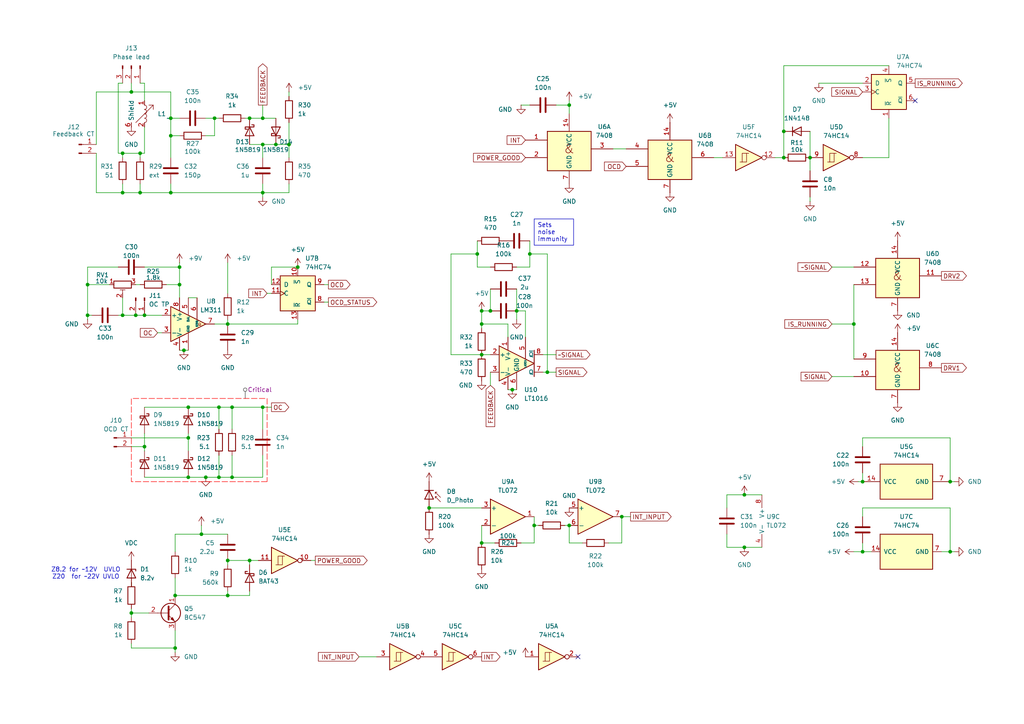
<source format=kicad_sch>
(kicad_sch (version 20250114) (generator "eeschema") (generator_version "9.0")
  (paper "A4")
  (text "Z8.2 for ~12V  UVLO\nZ20  for ~22V UVLO" (at 24.892 166.37 0) (effects (font (size 1.27 1.27))))
  (text_box "Sets noise immunity" (at 154.94 63.5 0) (size 11.43 7.62) (margins 0.9525 0.9525 0.9525 0.9525) (effects (font (size 1.27 1.27)) (justify left top)))
  (junction (at 52.07 77.47))
  (junction (at 234.95 45.72))
  (junction (at 50.8 172.72))
  (junction (at 153.67 73.66))
  (junction (at 40.64 55.88))
  (junction (at 62.23 34.29))
  (junction (at 35.56 44.45))
  (junction (at 25.4 82.55))
  (junction (at 165.1 30.48))
  (junction (at 67.31 138.43))
  (junction (at 41.91 91.44))
  (junction (at 76.2 34.29))
  (junction (at 50.8 187.96))
  (junction (at 63.5 138.43))
  (junction (at 149.86 90.17))
  (junction (at 227.33 45.72))
  (junction (at 41.91 129.54))
  (junction (at 165.1 152.4))
  (junction (at 86.36 77.47))
  (junction (at 35.56 91.44))
  (junction (at 180.34 149.86))
  (junction (at 25.4 91.44))
  (junction (at 154.94 152.4))
  (junction (at 139.7 102.87))
  (junction (at 158.75 107.95))
  (junction (at 63.5 118.11))
  (junction (at 139.7 157.48))
  (junction (at 40.64 44.45))
  (junction (at 72.39 34.29))
  (junction (at 139.7 90.17))
  (junction (at 54.61 118.11))
  (junction (at 76.2 55.88))
  (junction (at 67.31 118.11))
  (junction (at 58.42 154.94))
  (junction (at 139.7 93.98))
  (junction (at 38.1 177.8))
  (junction (at 227.33 38.1))
  (junction (at 52.07 82.55))
  (junction (at 66.04 162.56))
  (junction (at 54.61 138.43))
  (junction (at 72.39 162.56))
  (junction (at 148.59 113.03))
  (junction (at 53.34 101.6))
  (junction (at 124.46 147.32))
  (junction (at 76.2 41.91))
  (junction (at 66.04 93.98))
  (junction (at 247.65 93.98))
  (junction (at 215.9 158.75))
  (junction (at 49.53 39.37))
  (junction (at 66.04 172.72))
  (junction (at 76.2 118.11))
  (junction (at 138.43 73.66))
  (junction (at 54.61 127))
  (junction (at 59.69 138.43))
  (junction (at 83.82 41.91))
  (junction (at 80.01 41.91))
  (junction (at 49.53 34.29))
  (junction (at 35.56 55.88))
  (junction (at 275.59 160.02))
  (junction (at 142.24 90.17))
  (junction (at 38.1 26.67))
  (junction (at 250.19 160.02))
  (junction (at 39.37 91.44))
  (junction (at 275.59 139.7))
  (junction (at 49.53 55.88))
  (junction (at 250.19 139.7))
  (junction (at 215.9 143.51))
  (no_connect (at 167.64 190.5))
  (no_connect (at 265.43 29.21))
  (wire (pts (xy 180.34 157.48) (xy 180.34 149.86)))
  (wire (pts (xy 250.19 127) (xy 275.59 127)))
  (wire (pts (xy 250.19 160.02) (xy 252.73 160.02)))
  (wire (pts (xy 25.4 92.71) (xy 25.4 91.44)))
  (wire (pts (xy 77.47 85.09) (xy 78.74 85.09)))
  (wire (pts (xy 248.92 139.7) (xy 250.19 139.7)))
  (wire (pts (xy 59.69 138.43) (xy 63.5 138.43)))
  (wire (pts (xy 39.37 91.44) (xy 41.91 91.44)))
  (wire (pts (xy 48.26 82.55) (xy 52.07 82.55)))
  (wire (pts (xy 275.59 147.32) (xy 275.59 160.02)))
  (wire (pts (xy 161.29 102.87) (xy 157.48 102.87)))
  (wire (pts (xy 250.19 129.54) (xy 250.19 127)))
  (wire (pts (xy 52.07 82.55) (xy 52.07 86.36)))
  (wire (pts (xy 63.5 118.11) (xy 67.31 118.11)))
  (wire (pts (xy 50.8 189.23) (xy 50.8 187.96)))
  (wire (pts (xy 59.69 34.29) (xy 62.23 34.29)))
  (wire (pts (xy 50.8 172.72) (xy 66.04 172.72)))
  (wire (pts (xy 165.1 29.21) (xy 165.1 30.48)))
  (wire (pts (xy 78.74 82.55) (xy 78.74 77.47)))
  (wire (pts (xy 25.4 77.47) (xy 34.29 77.47)))
  (wire (pts (xy 66.04 171.45) (xy 66.04 172.72)))
  (wire (pts (xy 66.04 154.94) (xy 58.42 154.94)))
  (wire (pts (xy 147.32 113.03) (xy 148.59 113.03)))
  (wire (pts (xy 80.01 41.91) (xy 83.82 41.91)))
  (wire (pts (xy 50.8 154.94) (xy 50.8 160.02)))
  (wire (pts (xy 76.2 118.11) (xy 76.2 124.46)))
  (wire (pts (xy 67.31 132.08) (xy 67.31 138.43)))
  (wire (pts (xy 158.75 73.66) (xy 158.75 107.95)))
  (wire (pts (xy 63.5 118.11) (xy 63.5 124.46)))
  (wire (pts (xy 154.94 152.4) (xy 154.94 157.48)))
  (wire (pts (xy 130.81 102.87) (xy 139.7 102.87)))
  (wire (pts (xy 62.23 34.29) (xy 63.5 34.29)))
  (wire (pts (xy 83.82 41.91) (xy 83.82 45.72)))
  (wire (pts (xy 40.64 44.45) (xy 41.91 44.45)))
  (wire (pts (xy 250.19 147.32) (xy 275.59 147.32)))
  (wire (pts (xy 67.31 118.11) (xy 67.31 124.46)))
  (wire (pts (xy 45.72 96.52) (xy 46.99 96.52)))
  (wire (pts (xy 241.3 109.22) (xy 247.65 109.22)))
  (wire (pts (xy 237.49 24.13) (xy 250.19 24.13)))
  (wire (pts (xy 25.4 82.55) (xy 25.4 91.44)))
  (wire (pts (xy 54.61 127) (xy 54.61 130.81)))
  (wire (pts (xy 58.42 152.4) (xy 58.42 154.94)))
  (wire (pts (xy 138.43 73.66) (xy 138.43 69.85)))
  (wire (pts (xy 40.64 24.13) (xy 41.91 24.13)))
  (wire (pts (xy 72.39 41.91) (xy 76.2 41.91)))
  (wire (pts (xy 49.53 39.37) (xy 49.53 45.72)))
  (wire (pts (xy 83.82 53.34) (xy 83.82 55.88)))
  (wire (pts (xy 76.2 118.11) (xy 78.74 118.11)))
  (wire (pts (xy 95.25 87.63) (xy 93.98 87.63)))
  (wire (pts (xy 210.82 147.32) (xy 210.82 143.51)))
  (wire (pts (xy 66.04 76.2) (xy 66.04 85.09)))
  (wire (pts (xy 49.53 34.29) (xy 52.07 34.29)))
  (wire (pts (xy 66.04 172.72) (xy 72.39 172.72)))
  (wire (pts (xy 250.19 45.72) (xy 257.81 45.72)))
  (wire (pts (xy 209.55 45.72) (xy 207.01 45.72)))
  (wire (pts (xy 66.04 93.98) (xy 86.36 93.98)))
  (wire (pts (xy 52.07 76.2) (xy 52.07 77.47)))
  (wire (pts (xy 27.94 26.67) (xy 38.1 26.67)))
  (wire (pts (xy 139.7 157.48) (xy 139.7 152.4)))
  (wire (pts (xy 62.23 39.37) (xy 62.23 34.29)))
  (wire (pts (xy 151.13 157.48) (xy 154.94 157.48)))
  (wire (pts (xy 227.33 38.1) (xy 227.33 45.72)))
  (wire (pts (xy 35.56 45.72) (xy 35.56 44.45)))
  (wire (pts (xy 227.33 19.05) (xy 257.81 19.05)))
  (wire (pts (xy 76.2 30.48) (xy 76.2 34.29)))
  (wire (pts (xy 38.1 177.8) (xy 38.1 179.07)))
  (wire (pts (xy 153.67 30.48) (xy 151.13 30.48)))
  (wire (pts (xy 176.53 157.48) (xy 180.34 157.48)))
  (wire (pts (xy 157.48 107.95) (xy 158.75 107.95)))
  (wire (pts (xy 241.3 93.98) (xy 247.65 93.98)))
  (wire (pts (xy 76.2 34.29) (xy 72.39 34.29)))
  (wire (pts (xy 95.25 82.55) (xy 93.98 82.55)))
  (wire (pts (xy 83.82 35.56) (xy 83.82 41.91)))
  (wire (pts (xy 149.86 77.47) (xy 153.67 77.47)))
  (wire (pts (xy 25.4 77.47) (xy 25.4 82.55)))
  (wire (pts (xy 58.42 154.94) (xy 50.8 154.94)))
  (wire (pts (xy 40.64 53.34) (xy 40.64 55.88)))
  (wire (pts (xy 38.1 176.53) (xy 38.1 177.8)))
  (wire (pts (xy 41.91 118.11) (xy 54.61 118.11)))
  (wire (pts (xy 62.23 93.98) (xy 66.04 93.98)))
  (wire (pts (xy 257.81 45.72) (xy 257.81 34.29)))
  (wire (pts (xy 35.56 53.34) (xy 35.56 55.88)))
  (wire (pts (xy 76.2 138.43) (xy 76.2 132.08)))
  (wire (pts (xy 215.9 158.75) (xy 220.98 158.75)))
  (wire (pts (xy 66.04 92.71) (xy 66.04 93.98)))
  (wire (pts (xy 139.7 102.87) (xy 142.24 102.87)))
  (wire (pts (xy 76.2 55.88) (xy 83.82 55.88)))
  (wire (pts (xy 247.65 160.02) (xy 250.19 160.02)))
  (wire (pts (xy 26.67 91.44) (xy 25.4 91.44)))
  (wire (pts (xy 276.86 139.7) (xy 275.59 139.7)))
  (wire (pts (xy 142.24 111.76) (xy 142.24 107.95)))
  (wire (pts (xy 35.56 91.44) (xy 39.37 91.44)))
  (wire (pts (xy 241.3 77.47) (xy 247.65 77.47)))
  (wire (pts (xy 250.19 157.48) (xy 250.19 160.02)))
  (wire (pts (xy 72.39 162.56) (xy 66.04 162.56)))
  (wire (pts (xy 86.36 93.98) (xy 86.36 92.71)))
  (wire (pts (xy 210.82 154.94) (xy 210.82 158.75)))
  (wire (pts (xy 124.46 147.32) (xy 139.7 147.32)))
  (wire (pts (xy 38.1 177.8) (xy 43.18 177.8)))
  (wire (pts (xy 41.91 91.44) (xy 46.99 91.44)))
  (wire (pts (xy 41.91 130.81) (xy 41.91 129.54)))
  (wire (pts (xy 74.93 162.56) (xy 72.39 162.56)))
  (wire (pts (xy 41.91 125.73) (xy 41.91 129.54)))
  (wire (pts (xy 49.53 26.67) (xy 49.53 34.29)))
  (wire (pts (xy 40.64 82.55) (xy 39.37 82.55)))
  (wire (pts (xy 165.1 30.48) (xy 165.1 33.02)))
  (wire (pts (xy 53.34 101.6) (xy 54.61 101.6)))
  (wire (pts (xy 139.7 90.17) (xy 142.24 90.17)))
  (wire (pts (xy 138.43 73.66) (xy 130.81 73.66)))
  (wire (pts (xy 34.29 44.45) (xy 35.56 44.45)))
  (wire (pts (xy 49.53 39.37) (xy 52.07 39.37)))
  (wire (pts (xy 152.4 90.17) (xy 152.4 97.79)))
  (wire (pts (xy 50.8 182.88) (xy 50.8 187.96)))
  (wire (pts (xy 247.65 93.98) (xy 247.65 104.14)))
  (wire (pts (xy 234.95 38.1) (xy 234.95 45.72)))
  (wire (pts (xy 38.1 187.96) (xy 50.8 187.96)))
  (wire (pts (xy 177.8 43.18) (xy 181.61 43.18)))
  (wire (pts (xy 227.33 19.05) (xy 227.33 38.1)))
  (wire (pts (xy 182.88 149.86) (xy 180.34 149.86)))
  (wire (pts (xy 234.95 49.53) (xy 234.95 45.72)))
  (wire (pts (xy 76.2 57.15) (xy 76.2 55.88)))
  (wire (pts (xy 104.14 190.5) (xy 109.22 190.5)))
  (wire (pts (xy 41.91 77.47) (xy 52.07 77.47)))
  (wire (pts (xy 168.91 157.48) (xy 165.1 157.48)))
  (wire (pts (xy 34.29 24.13) (xy 35.56 24.13)))
  (wire (pts (xy 276.86 160.02) (xy 275.59 160.02)))
  (wire (pts (xy 147.32 93.98) (xy 147.32 97.79)))
  (wire (pts (xy 78.74 77.47) (xy 86.36 77.47)))
  (wire (pts (xy 76.2 45.72) (xy 76.2 41.91)))
  (wire (pts (xy 34.29 91.44) (xy 35.56 91.44)))
  (wire (pts (xy 139.7 90.17) (xy 139.7 93.98)))
  (wire (pts (xy 27.94 44.45) (xy 27.94 55.88)))
  (wire (pts (xy 210.82 143.51) (xy 215.9 143.51)))
  (wire (pts (xy 153.67 73.66) (xy 153.67 77.47)))
  (wire (pts (xy 40.64 44.45) (xy 40.64 45.72)))
  (wire (pts (xy 142.24 77.47) (xy 138.43 77.47)))
  (wire (pts (xy 149.86 83.82) (xy 149.86 90.17)))
  (wire (pts (xy 83.82 26.67) (xy 83.82 27.94)))
  (wire (pts (xy 139.7 93.98) (xy 139.7 95.25)))
  (wire (pts (xy 215.9 143.51) (xy 220.98 143.51)))
  (wire (pts (xy 54.61 118.11) (xy 63.5 118.11)))
  (wire (pts (xy 67.31 118.11) (xy 76.2 118.11)))
  (wire (pts (xy 54.61 125.73) (xy 54.61 127)))
  (wire (pts (xy 142.24 83.82) (xy 142.24 90.17)))
  (wire (pts (xy 38.1 127) (xy 54.61 127)))
  (wire (pts (xy 38.1 129.54) (xy 41.91 129.54)))
  (wire (pts (xy 165.1 157.48) (xy 165.1 152.4)))
  (wire (pts (xy 250.19 137.16) (xy 250.19 139.7)))
  (wire (pts (xy 49.53 53.34) (xy 49.53 55.88)))
  (wire (pts (xy 210.82 158.75) (xy 215.9 158.75)))
  (wire (pts (xy 156.21 152.4) (xy 154.94 152.4)))
  (wire (pts (xy 49.53 34.29) (xy 49.53 39.37)))
  (wire (pts (xy 66.04 162.56) (xy 66.04 163.83)))
  (wire (pts (xy 52.07 101.6) (xy 53.34 101.6)))
  (wire (pts (xy 143.51 157.48) (xy 139.7 157.48)))
  (wire (pts (xy 154.94 152.4) (xy 154.94 149.86)))
  (wire (pts (xy 148.59 113.03) (xy 149.86 113.03)))
  (wire (pts (xy 38.1 187.96) (xy 38.1 186.69)))
  (wire (pts (xy 41.91 138.43) (xy 54.61 138.43)))
  (wire (pts (xy 149.86 90.17) (xy 152.4 90.17)))
  (wire (pts (xy 161.29 30.48) (xy 165.1 30.48)))
  (wire (pts (xy 27.94 55.88) (xy 35.56 55.88)))
  (wire (pts (xy 49.53 55.88) (xy 76.2 55.88)))
  (wire (pts (xy 275.59 160.02) (xy 273.05 160.02)))
  (wire (pts (xy 149.86 90.17) (xy 149.86 92.71)))
  (wire (pts (xy 153.67 69.85) (xy 153.67 73.66)))
  (wire (pts (xy 165.1 152.4) (xy 163.83 152.4)))
  (wire (pts (xy 72.39 162.56) (xy 72.39 163.83)))
  (wire (pts (xy 35.56 91.44) (xy 35.56 86.36)))
  (wire (pts (xy 76.2 41.91) (xy 80.01 41.91)))
  (wire (pts (xy 59.69 39.37) (xy 62.23 39.37)))
  (wire (pts (xy 138.43 77.47) (xy 138.43 73.66)))
  (wire (pts (xy 130.81 73.66) (xy 130.81 102.87)))
  (wire (pts (xy 158.75 107.95) (xy 161.29 107.95)))
  (wire (pts (xy 35.56 55.88) (xy 40.64 55.88)))
  (wire (pts (xy 38.1 26.67) (xy 38.1 24.13)))
  (wire (pts (xy 41.91 36.83) (xy 41.91 44.45)))
  (wire (pts (xy 34.29 24.13) (xy 34.29 44.45)))
  (wire (pts (xy 52.07 77.47) (xy 52.07 82.55)))
  (wire (pts (xy 27.94 26.67) (xy 27.94 41.91)))
  (wire (pts (xy 153.67 73.66) (xy 158.75 73.66)))
  (wire (pts (xy 38.1 168.91) (xy 38.1 170.18)))
  (wire (pts (xy 76.2 34.29) (xy 80.01 34.29)))
  (wire (pts (xy 72.39 172.72) (xy 72.39 171.45)))
  (wire (pts (xy 50.8 167.64) (xy 50.8 172.72)))
  (wire (pts (xy 250.19 147.32) (xy 250.19 149.86)))
  (wire (pts (xy 40.64 55.88) (xy 49.53 55.88)))
  (wire (pts (xy 224.79 45.72) (xy 227.33 45.72)))
  (wire (pts (xy 25.4 82.55) (xy 31.75 82.55)))
  (wire (pts (xy 63.5 138.43) (xy 67.31 138.43)))
  (wire (pts (xy 54.61 86.36) (xy 57.15 86.36)))
  (wire (pts (xy 139.7 93.98) (xy 147.32 93.98)))
  (wire (pts (xy 63.5 138.43) (xy 63.5 132.08)))
  (wire (pts (xy 38.1 26.67) (xy 49.53 26.67)))
  (wire (pts (xy 67.31 138.43) (xy 76.2 138.43)))
  (wire (pts (xy 275.59 127) (xy 275.59 139.7)))
  (wire (pts (xy 54.61 138.43) (xy 59.69 138.43)))
  (wire (pts (xy 72.39 34.29) (xy 71.12 34.29)))
  (wire (pts (xy 76.2 53.34) (xy 76.2 55.88)))
  (wire (pts (xy 90.17 162.56) (xy 91.44 162.56)))
  (wire (pts (xy 247.65 82.55) (xy 247.65 93.98)))
  (wire (pts (xy 234.95 57.15) (xy 234.95 58.42)))
  (wire (pts (xy 35.56 44.45) (xy 40.64 44.45)))
  (wire (pts (xy 41.91 24.13) (xy 41.91 29.21)))
  (global_label "INT_INPUT" (shape output) (at 182.88 149.86 0) (property "Intersheetrefs" "${INTERSHEET_REFS}" (effects (hide yes))))
  (global_label "SIGNAL" (shape input) (at 241.3 109.22 180) (property "Intersheetrefs" "${INTERSHEET_REFS}" (effects (hide yes))))
  (global_label "INT_INPUT" (shape input) (at 104.14 190.5 180) (property "Intersheetrefs" "${INTERSHEET_REFS}" (effects (hide yes))))
  (global_label "FEEDBACK" (shape output) (at 76.2 30.48 90) (property "Intersheetrefs" "${INTERSHEET_REFS}" (effects (hide yes))))
  (global_label "IS_RUNNING" (shape output) (at 265.43 24.13 0) (property "Intersheetrefs" "${INTERSHEET_REFS}" (effects (hide yes))))
  (global_label "OCD_STATUS" (shape output) (at 95.25 87.63 0) (property "Intersheetrefs" "${INTERSHEET_REFS}" (effects (hide yes))))
  (global_label "POWER_GOOD" (shape input) (at 152.4 45.72 180) (property "Intersheetrefs" "${INTERSHEET_REFS}" (effects (hide yes))))
  (global_label "IS_RUNNING" (shape input) (at 241.3 93.98 180) (property "Intersheetrefs" "${INTERSHEET_REFS}" (effects (hide yes))))
  (global_label "POWER_GOOD" (shape output) (at 91.44 162.56 0) (property "Intersheetrefs" "${INTERSHEET_REFS}" (effects (hide yes))))
  (global_label "~SIGNAL" (shape input) (at 241.3 77.47 180) (property "Intersheetrefs" "${INTERSHEET_REFS}" (effects (hide yes))))
  (global_label "DRV2" (shape output) (at 273.05 80.01 0) (property "Intersheetrefs" "${INTERSHEET_REFS}" (effects (hide yes))))
  (global_label "INT" (shape input) (at 77.47 85.09 180) (property "Intersheetrefs" "${INTERSHEET_REFS}" (effects (hide yes))))
  (global_label "OCD" (shape output) (at 95.25 82.55 0) (property "Intersheetrefs" "${INTERSHEET_REFS}" (effects (hide yes))))
  (global_label "INT" (shape input) (at 152.4 40.64 180) (property "Intersheetrefs" "${INTERSHEET_REFS}" (effects (hide yes))))
  (global_label "~SIGNAL" (shape output) (at 161.29 102.87 0) (property "Intersheetrefs" "${INTERSHEET_REFS}" (effects (hide yes))))
  (global_label "DRV1" (shape output) (at 273.05 106.68 0) (property "Intersheetrefs" "${INTERSHEET_REFS}" (effects (hide yes))))
  (global_label "OC" (shape output) (at 78.74 118.11 0) (property "Intersheetrefs" "${INTERSHEET_REFS}" (effects (hide yes))))
  (global_label "INT" (shape output) (at 139.7 190.5 0) (property "Intersheetrefs" "${INTERSHEET_REFS}" (effects (hide yes))))
  (global_label "SIGNAL" (shape output) (at 161.29 107.95 0) (property "Intersheetrefs" "${INTERSHEET_REFS}" (effects (hide yes))))
  (global_label "FEEDBACK" (shape input) (at 142.24 111.76 270) (property "Intersheetrefs" "${INTERSHEET_REFS}" (effects (hide yes))))
  (global_label "OCD" (shape input) (at 181.61 48.26 180) (property "Intersheetrefs" "${INTERSHEET_REFS}" (effects (hide yes))))
  (global_label "SIGNAL" (shape input) (at 250.19 26.67 180) (property "Intersheetrefs" "${INTERSHEET_REFS}" (effects (hide yes))))
  (global_label "OC" (shape input) (at 45.72 96.52 180) (property "Intersheetrefs" "${INTERSHEET_REFS}" (effects (hide yes))))
  (rule_area (polyline (pts (xy 77.47 139.7) (xy 38.1 139.7) (xy 38.1 115.57) (xy 77.47 115.57) (xy 77.47 119.38)) (stroke (width 0) (type dash))))
  (netclass_flag "" (length 2.54) (shape round) (at 71.12 115.57 0) (property "Netclass" "Critical" (at 71.8185 113.03 0) (effects (justify left))))
  (symbol (lib_id "power:GND") (at 165.1 147.32 0) (unit 1)
    (property "Reference" "#PWR059" (effects (hide yes)))
    (property "Value" "GND" (at 165.1 143.764 0))
    (property "Description" "Power symbol creates a global label with name \"GND\" , ground" (effects (hide yes)))
  )
  (symbol (lib_id "Device:R") (at 67.31 128.27 0) (unit 1)
    (property "Reference" "R28" (at 69.85 126.9999 0) (effects (justify left)))
    (property "Value" "5.1" (at 69.85 129.5399 0) (effects (justify left)))
    (property "Footprint" "Resistor_THT:R_Axial_DIN0207_L6.3mm_D2.5mm_P2.54mm_Vertical" (effects (hide yes)))
    (property "Description" "Resistor" (effects (hide yes)))
  )
  (symbol (lib_id "Connector:Conn_01x02_Pin") (at 33.02 127 0) (unit 1)
    (property "Reference" "J10" (at 33.655 121.92 0))
    (property "Value" "OCD CT" (at 33.655 124.46 0))
    (property "Footprint" "Connector_JST:JST_XH_B2B-XH-A_1x02_P2.50mm_Vertical" (effects (hide yes)))
  )
  (symbol (lib_id "74xx:74HC14") (at 160.02 190.5 0) (unit 1)
    (property "Reference" "U5" (at 160.02 181.61 0))
    (property "Value" "74HC14" (at 160.02 184.15 0))
    (property "Footprint" "Package_DIP:DIP-14_W7.62mm" (effects (hide yes)))
    (property "Datasheet" "http://www.ti.com/lit/gpn/sn74HC14" (effects (hide yes)))
    (property "Description" "Hex inverter schmitt trigger" (effects (hide yes)))
  )
  (symbol (lib_id "power:+5V") (at 247.65 160.02 90) (unit 1)
    (property "Reference" "#PWR048" (effects (hide yes)))
    (property "Value" "+5V" (at 243.84 160.0199 90) (effects (justify left)))
    (property "Description" "Power symbol creates a global label with name \"+5V\"" (effects (hide yes)))
  )
  (symbol (lib_id "Device:C") (at 30.48 91.44 90) (unit 1)
    (property "Reference" "C33" (at 30.48 95.25 90))
    (property "Value" "100n" (at 30.48 97.79 90))
    (property "Footprint" "Capacitor_THT:C_Disc_D4.7mm_W2.5mm_P5.00mm" (effects (hide yes)))
    (property "Description" "Unpolarized capacitor" (effects (hide yes)))
  )
  (symbol (lib_id "Device:D_Photo") (at 124.46 144.78 270) (unit 1)
    (property "Reference" "D8" (at 129.54 142.5574 90) (effects (justify left)))
    (property "Value" "D_Photo" (at 129.54 145.0974 90) (effects (justify left)))
    (property "Footprint" "Library:hnaderi-toslink-rx" (effects (hide yes)))
    (property "Description" "Photodiode" (effects (hide yes)))
  )
  (symbol (lib_id "Diode:1N5819") (at 80.01 38.1 270) (mirror x) (unit 1)
    (property "Reference" "D14" (at 81.026 41.148 90) (effects (justify left)))
    (property "Value" "1N5819" (at 76.2 43.434 90) (effects (justify left)))
    (property "Footprint" "Diode_THT:D_DO-41_SOD81_P2.54mm_Vertical_KathodeUp" (effects (hide yes)))
  )
  (symbol (lib_id "Device:C") (at 250.19 133.35 0) (unit 1)
    (property "Reference" "C22" (at 246.38 132.0799 0) (effects (justify right)))
    (property "Value" "100n" (at 246.38 134.6199 0) (effects (justify right)))
    (property "Footprint" "Capacitor_THT:C_Disc_D4.7mm_W2.5mm_P5.00mm" (effects (hide yes)))
    (property "Description" "Unpolarized capacitor" (effects (hide yes)))
  )
  (symbol (lib_id "power:+5V") (at 152.4 190.5 0) (unit 1)
    (property "Reference" "#PWR046" (effects (hide yes)))
    (property "Value" "+5V" (at 149.86 189.2299 0) (effects (justify right)))
    (property "Description" "Power symbol creates a global label with name \"+5V\"" (effects (hide yes)))
  )
  (symbol (lib_id "Device:R") (at 139.7 99.06 180) (unit 1)
    (property "Reference" "R32" (at 137.16 97.7899 0) (effects (justify left)))
    (property "Value" "1k" (at 137.16 100.3299 0) (effects (justify left)))
    (property "Footprint" "Resistor_THT:R_Axial_DIN0207_L6.3mm_D2.5mm_P2.54mm_Vertical" (effects (hide yes)))
    (property "Description" "Resistor" (effects (hide yes)))
  )
  (symbol (lib_id "power:+5V") (at 215.9 143.51 0) (unit 1)
    (property "Reference" "#PWR034" (effects (hide yes)))
    (property "Value" "+5V" (at 215.9 138.43 0))
    (property "Description" "Power symbol creates a global label with name \"+5V\"" (effects (hide yes)))
  )
  (symbol (lib_id "74xx:74HC14") (at 82.55 162.56 0) (unit 5)
    (property "Reference" "U5" (at 82.55 153.67 0))
    (property "Value" "74HC14" (at 82.55 156.21 0))
    (property "Footprint" "Package_DIP:DIP-14_W7.62mm" (effects (hide yes)))
    (property "Datasheet" "http://www.ti.com/lit/gpn/sn74HC14" (effects (hide yes)))
    (property "Description" "Hex inverter schmitt trigger" (effects (hide yes)))
  )
  (symbol (lib_id "power:+5V") (at 248.92 139.7 90) (unit 1)
    (property "Reference" "#PWR09" (effects (hide yes)))
    (property "Value" "+5V" (at 245.11 139.6999 90) (effects (justify left)))
    (property "Description" "Power symbol creates a global label with name \"+5V\"" (effects (hide yes)))
  )
  (symbol (lib_id "Comparator:LM311") (at 54.61 93.98 0) (unit 1)
    (property "Reference" "U8" (at 61.214 87.376 0))
    (property "Value" "LM311" (at 61.214 89.916 0))
    (property "Footprint" "Package_DIP:DIP-8_W7.62mm" (effects (hide yes)))
    (property "Datasheet" "https://www.st.com/resource/en/datasheet/lm311.pdf" (effects (hide yes)))
    (property "Description" "Voltage Comparator, DIP-8/SOIC-8" (effects (hide yes)))
  )
  (symbol (lib_id "Device:C") (at 49.53 49.53 180) (unit 1)
    (property "Reference" "C32" (at 53.34 48.2599 0) (effects (justify right)))
    (property "Value" "150p" (at 53.34 50.7999 0) (effects (justify right)))
    (property "Footprint" "Capacitor_THT:C_Disc_D4.7mm_W2.5mm_P5.00mm" (effects (hide yes)))
    (property "Description" "Unpolarized capacitor" (effects (hide yes)))
  )
  (symbol (lib_id "Device:R") (at 55.88 39.37 270) (unit 1)
    (property "Reference" "R27" (at 55.88 41.656 90))
    (property "Value" "100k" (at 55.88 43.942 90))
    (property "Footprint" "Resistor_THT:R_Axial_DIN0309_L9.0mm_D3.2mm_P2.54mm_Vertical" (effects (hide yes)))
    (property "Description" "Resistor" (effects (hide yes)))
  )
  (symbol (lib_id "Diode:1N5819") (at 54.61 121.92 270) (unit 1)
    (property "Reference" "D10" (at 57.15 120.3324 90) (effects (justify left)))
    (property "Value" "1N5819" (at 57.15 122.8724 90) (effects (justify left)))
    (property "Footprint" "Diode_THT:D_DO-41_SOD81_P2.54mm_Vertical_KathodeUp" (effects (hide yes)))
  )
  (symbol (lib_id "Device:R") (at 83.82 49.53 0) (unit 1)
    (property "Reference" "R35" (at 86.36 48.2599 0) (effects (justify left)))
    (property "Value" "470" (at 86.36 50.7999 0) (effects (justify left)))
    (property "Footprint" "Resistor_THT:R_Axial_DIN0207_L6.3mm_D2.5mm_P2.54mm_Vertical" (effects (hide yes)))
    (property "Description" "Resistor" (effects (hide yes)))
  )
  (symbol (lib_id "Amplifier_Operational:TL072") (at 147.32 149.86 0) (unit 1)
    (property "Reference" "U9" (at 147.32 139.7 0))
    (property "Value" "TL072" (at 147.32 142.24 0))
    (property "Footprint" "Package_DIP:DIP-8_W7.62mm" (effects (hide yes)))
    (property "Datasheet" "http://www.ti.com/lit/ds/symlink/tl071.pdf" (effects (hide yes)))
    (property "Description" "Dual Low-Noise JFET-Input Operational Amplifiers, DIP-8/SOIC-8" (effects (hide yes)))
  )
  (symbol (lib_id "Device:C") (at 146.05 83.82 270) (unit 1)
    (property "Reference" "C37" (at 152.146 80.772 90))
    (property "Value" "2u" (at 152.146 83.312 90))
    (property "Footprint" "Capacitor_THT:C_Rect_L7.2mm_W7.2mm_P5.00mm_FKS2_FKP2_MKS2_MKP2" (effects (hide yes)))
    (property "Description" "Unpolarized capacitor" (effects (hide yes)))
  )
  (symbol (lib_id "Connector:Conn_01x02_Pin") (at 22.86 41.91 0) (unit 1)
    (property "Reference" "J12" (at 21.336 36.83 0))
    (property "Value" "Feedback CT" (at 21.336 38.862 0))
    (property "Footprint" "Connector_JST:JST_XH_B2B-XH-A_1x02_P2.50mm_Vertical" (effects (hide yes)))
  )
  (symbol (lib_id "Device:R") (at 38.1 172.72 0) (unit 1)
    (property "Reference" "R7" (at 35.56 171.4499 0) (effects (justify right)))
    (property "Value" "1k" (at 35.56 173.9899 0) (effects (justify right)))
    (property "Footprint" "Resistor_THT:R_Axial_DIN0207_L6.3mm_D2.5mm_P2.54mm_Vertical" (effects (hide yes)))
    (property "Description" "Resistor" (effects (hide yes)))
  )
  (symbol (lib_id "Device:C") (at 55.88 34.29 270) (unit 1)
    (property "Reference" "C35" (at 55.88 26.67 90))
    (property "Value" "100n" (at 55.88 29.21 90))
    (property "Footprint" "Capacitor_THT:C_Disc_D4.7mm_W2.5mm_P5.00mm" (effects (hide yes)))
    (property "Description" "Unpolarized capacitor" (effects (hide yes)))
  )
  (symbol (lib_id "74xx:74HC14") (at 242.57 45.72 0) (unit 4)
    (property "Reference" "U5" (at 242.57 36.83 0))
    (property "Value" "74HC14" (at 242.57 39.37 0))
    (property "Footprint" "Package_DIP:DIP-14_W7.62mm" (effects (hide yes)))
    (property "Datasheet" "http://www.ti.com/lit/gpn/sn74HC14" (effects (hide yes)))
    (property "Description" "Hex inverter schmitt trigger" (effects (hide yes)))
  )
  (symbol (lib_id "power:GND") (at 38.1 36.83 0) (unit 1)
    (property "Reference" "#PWR064" (effects (hide yes)))
    (property "Value" "GND" (at 38.1 41.91 0))
    (property "Description" "Power symbol creates a global label with name \"GND\" , ground" (effects (hide yes)))
  )
  (symbol (lib_id "74xx:74HC74") (at 262.89 160.02 90) (unit 3)
    (property "Reference" "U7" (at 262.89 149.86 90))
    (property "Value" "74HC74" (at 262.89 152.4 90))
    (property "Footprint" "Package_DIP:DIP-14_W7.62mm" (effects (hide yes)))
    (property "Datasheet" "74xx/74hc_hct74.pdf" (effects (hide yes)))
    (property "Description" "Dual D Flip-flop, Set & Reset" (effects (hide yes)))
  )
  (symbol (lib_id "power:GND") (at 53.34 101.6 0) (unit 1)
    (property "Reference" "#PWR050" (effects (hide yes)))
    (property "Value" "GND" (at 53.34 106.68 0))
    (property "Description" "Power symbol creates a global label with name \"GND\" , ground" (effects (hide yes)))
  )
  (symbol (lib_id "74xx_IEEE:7408") (at 194.31 45.72 0) (unit 2)
    (property "Reference" "U6" (at 204.47 39.2998 0))
    (property "Value" "7408" (at 204.47 41.8398 0))
    (property "Footprint" "Package_DIP:DIP-14_W7.62mm" (effects (hide yes)))
  )
  (symbol (lib_id "power:GND") (at 194.31 55.88 0) (unit 1)
    (property "Reference" "#PWR012" (effects (hide yes)))
    (property "Value" "GND" (at 194.31 60.96 0))
    (property "Description" "Power symbol creates a global label with name \"GND\" , ground" (effects (hide yes)))
  )
  (symbol (lib_id "power:+5V") (at 194.31 35.56 0) (unit 1)
    (property "Reference" "#PWR011" (effects (hide yes)))
    (property "Value" "+5V" (at 194.31 30.48 0))
    (property "Description" "Power symbol creates a global label with name \"+5V\"" (effects (hide yes)))
  )
  (symbol (lib_id "Device:R") (at 44.45 82.55 90) (unit 1)
    (property "Reference" "R25" (at 44.45 78.74 90))
    (property "Value" "1.8k" (at 44.45 80.518 90))
    (property "Footprint" "Resistor_THT:R_Axial_DIN0207_L6.3mm_D2.5mm_P2.54mm_Vertical" (effects (hide yes)))
    (property "Description" "Resistor" (effects (hide yes)))
  )
  (symbol (lib_id "power:GND") (at 139.7 165.1 0) (unit 1)
    (property "Reference" "#PWR056" (effects (hide yes)))
    (property "Value" "GND" (at 139.7 170.18 0))
    (property "Description" "Power symbol creates a global label with name \"GND\" , ground" (effects (hide yes)))
  )
  (symbol (lib_id "74xx:74HC14") (at 217.17 45.72 0) (unit 6)
    (property "Reference" "U5" (at 217.17 36.83 0))
    (property "Value" "74HC14" (at 217.17 39.37 0))
    (property "Footprint" "Package_DIP:DIP-14_W7.62mm" (effects (hide yes)))
    (property "Datasheet" "http://www.ti.com/lit/gpn/sn74HC14" (effects (hide yes)))
    (property "Description" "Hex inverter schmitt trigger" (effects (hide yes)))
  )
  (symbol (lib_id "74xx_IEEE:7408") (at 260.35 80.01 0) (unit 4)
    (property "Reference" "U6" (at 270.51 73.5898 0))
    (property "Value" "7408" (at 270.51 76.1298 0))
    (property "Footprint" "Package_DIP:DIP-14_W7.62mm" (effects (hide yes)))
  )
  (symbol (lib_id "Device:R") (at 172.72 157.48 90) (unit 1)
    (property "Reference" "R22" (at 172.72 161.29 90))
    (property "Value" "100k" (at 172.72 163.83 90))
    (property "Footprint" "Resistor_THT:R_Axial_DIN0207_L6.3mm_D2.5mm_P2.54mm_Vertical" (effects (hide yes)))
    (property "Description" "Resistor" (effects (hide yes)))
  )
  (symbol (lib_id "Diode:1N5819") (at 41.91 121.92 270) (unit 1)
    (property "Reference" "D9" (at 44.45 120.3324 90) (effects (justify left)))
    (property "Value" "1N5819" (at 44.45 122.8724 90) (effects (justify left)))
    (property "Footprint" "Diode_THT:D_DO-41_SOD81_P2.54mm_Vertical_KathodeUp" (effects (hide yes)))
  )
  (symbol (lib_id "Diode:1N5819") (at 41.91 134.62 270) (unit 1)
    (property "Reference" "D11" (at 44.45 133.0324 90) (effects (justify left)))
    (property "Value" "1N5819" (at 44.45 135.5724 90) (effects (justify left)))
    (property "Footprint" "Diode_THT:D_DO-41_SOD81_P2.54mm_Vertical_KathodeUp" (effects (hide yes)))
  )
  (symbol (lib_id "power:GND") (at 151.13 30.48 0) (unit 1)
    (property "Reference" "#PWR047" (effects (hide yes)))
    (property "Value" "GND" (at 148.59 31.7499 0) (effects (justify right)))
    (property "Description" "Power symbol creates a global label with name \"GND\" , ground" (effects (hide yes)))
  )
  (symbol (lib_id "Device:C") (at 66.04 158.75 0) (mirror x) (unit 1)
    (property "Reference" "C5" (at 62.23 157.4799 0) (effects (justify right)))
    (property "Value" "2.2u" (at 62.23 160.0199 0) (effects (justify right)))
    (property "Footprint" "Capacitor_THT:C_Disc_D4.7mm_W2.5mm_P5.00mm" (effects (hide yes)))
    (property "Description" "Unpolarized capacitor" (effects (hide yes)))
  )
  (symbol (lib_id "Device:R") (at 63.5 128.27 0) (unit 1)
    (property "Reference" "R23" (at 60.96 126.9999 0) (effects (justify right)))
    (property "Value" "5.1" (at 60.96 129.5399 0) (effects (justify right)))
    (property "Footprint" "Resistor_THT:R_Axial_DIN0207_L6.3mm_D2.5mm_P2.54mm_Vertical" (effects (hide yes)))
    (property "Description" "Resistor" (effects (hide yes)))
  )
  (symbol (lib_id "Device:C") (at 157.48 30.48 270) (unit 1)
    (property "Reference" "C25" (at 157.48 22.86 90))
    (property "Value" "100n" (at 157.48 25.4 90))
    (property "Footprint" "Capacitor_THT:C_Disc_D4.7mm_W2.5mm_P5.00mm" (effects (hide yes)))
    (property "Description" "Unpolarized capacitor" (effects (hide yes)))
  )
  (symbol (lib_id "74xx:74HC74") (at 257.81 26.67 0) (unit 1)
    (property "Reference" "U7" (at 259.9533 16.51 0) (effects (justify left)))
    (property "Value" "74HC74" (at 259.9533 19.05 0) (effects (justify left)))
    (property "Footprint" "Package_DIP:DIP-14_W7.62mm" (effects (hide yes)))
    (property "Datasheet" "74xx/74hc_hct74.pdf" (effects (hide yes)))
    (property "Description" "Dual D Flip-flop, Set & Reset" (effects (hide yes)))
  )
  (symbol (lib_id "Device:R") (at 139.7 161.29 0) (unit 1)
    (property "Reference" "R26" (at 142.24 160.0199 0) (effects (justify left)))
    (property "Value" "10k" (at 142.24 162.5599 0) (effects (justify left)))
    (property "Footprint" "Resistor_THT:R_Axial_DIN0207_L6.3mm_D2.5mm_P2.54mm_Vertical" (effects (hide yes)))
    (property "Description" "Resistor" (effects (hide yes)))
  )
  (symbol (lib_id "Connector:Conn_01x03_Pin") (at 38.1 19.05 270) (unit 1)
    (property "Reference" "J13" (at 38.1 13.97 90))
    (property "Value" "Phase lead" (at 38.1 16.51 90))
    (property "Footprint" "Connector_PinHeader_2.54mm:PinHeader_1x03_P2.54mm_Vertical" (effects (hide yes)))
    (property "Description" "Generic connector, single row, 01x03, script generated" (effects (hide yes)))
  )
  (symbol (lib_id "74xx_IEEE:7408") (at 165.1 43.18 0) (unit 1)
    (property "Reference" "U6" (at 175.26 36.7598 0))
    (property "Value" "7408" (at 175.26 39.2998 0))
    (property "Footprint" "Package_DIP:DIP-14_W7.62mm" (effects (hide yes)))
  )
  (symbol (lib_id "power:+5V") (at 165.1 29.21 0) (unit 1)
    (property "Reference" "#PWR06" (effects (hide yes)))
    (property "Value" "+5V" (at 167.64 27.9399 0) (effects (justify left)))
    (property "Description" "Power symbol creates a global label with name \"+5V\"" (effects (hide yes)))
  )
  (symbol (lib_id "power:+9V") (at 52.07 76.2 0) (unit 1)
    (property "Reference" "#PWR026" (effects (hide yes)))
    (property "Value" "+9V" (at 54.61 74.9299 0) (effects (justify left)))
    (property "Description" "Power symbol creates a global label with name \"+9V\"" (effects (hide yes)))
  )
  (symbol (lib_id "power:GND") (at 237.49 24.13 0) (unit 1)
    (property "Reference" "#PWR010" (effects (hide yes)))
    (property "Value" "GND" (at 237.49 29.21 0))
    (property "Description" "Power symbol creates a global label with name \"GND\" , ground" (effects (hide yes)))
  )
  (symbol (lib_id "power:GND") (at 148.59 113.03 0) (unit 1)
    (property "Reference" "#PWR033" (effects (hide yes)))
    (property "Value" "GND" (at 148.59 118.11 0))
    (property "Description" "Power symbol creates a global label with name \"GND\" , ground" (effects (hide yes)))
  )
  (symbol (lib_id "power:GND") (at 215.9 158.75 0) (unit 1)
    (property "Reference" "#PWR035" (effects (hide yes)))
    (property "Value" "GND" (at 215.9 163.83 0))
    (property "Description" "Power symbol creates a global label with name \"GND\" , ground" (effects (hide yes)))
  )
  (symbol (lib_id "Device:R") (at 40.64 49.53 0) (unit 1)
    (property "Reference" "R29" (at 43.18 48.2599 0) (effects (justify left)))
    (property "Value" "ext" (at 43.18 50.7999 0) (effects (justify left)))
    (property "Footprint" "Resistor_THT:R_Axial_DIN0309_L9.0mm_D3.2mm_P2.54mm_Vertical" (effects (hide yes)))
    (property "Description" "Resistor" (effects (hide yes)))
  )
  (symbol (lib_id "Diode:1N4148") (at 231.14 38.1 0) (unit 1)
    (property "Reference" "D7" (at 231.14 31.75 0))
    (property "Value" "1N4148" (at 231.14 34.29 0))
    (property "Footprint" "Diode_THT:D_DO-35_SOD27_P2.54mm_Vertical_KathodeUp" (effects (hide yes)))
    (property "Datasheet" "https://assets.nexperia.com/documents/data-sheet/1N4148_1N4448.pdf" (effects (hide yes)))
    (property "Description" "100V 0.15A standard switching diode, DO-35" (effects (hide yes)))
    (property "Sim.Device" "D" (effects (hide yes)))
    (property "Sim.Pins" "1=K 2=A" (effects (hide yes)))
  )
  (symbol (lib_id "Device:R") (at 231.14 45.72 90) (unit 1)
    (property "Reference" "R11" (at 231.14 41.402 90))
    (property "Value" "10k" (at 231.14 43.434 90))
    (property "Footprint" "Resistor_THT:R_Axial_DIN0207_L6.3mm_D2.5mm_P2.54mm_Vertical" (effects (hide yes)))
    (property "Description" "Resistor" (effects (hide yes)))
  )
  (symbol (lib_id "power:+5V") (at 83.82 26.67 0) (unit 1)
    (property "Reference" "#PWR05" (effects (hide yes)))
    (property "Value" "+5V" (at 86.36 25.3999 0) (effects (justify left)))
    (property "Description" "Power symbol creates a global label with name \"+5V\"" (effects (hide yes)))
  )
  (symbol (lib_id "Device:R") (at 66.04 167.64 0) (mirror y) (unit 1)
    (property "Reference" "R9" (at 63.5 166.3699 0) (effects (justify left)))
    (property "Value" "560k" (at 63.5 168.9099 0) (effects (justify left)))
    (property "Footprint" "Resistor_THT:R_Axial_DIN0207_L6.3mm_D2.5mm_P2.54mm_Vertical" (effects (hide yes)))
    (property "Description" "Resistor" (effects (hide yes)))
  )
  (symbol (lib_id "power:GND") (at 276.86 160.02 90) (unit 1)
    (property "Reference" "#PWR023" (effects (hide yes)))
    (property "Value" "GND" (at 280.67 160.0199 90) (effects (justify right)))
    (property "Description" "Power symbol creates a global label with name \"GND\" , ground" (effects (hide yes)))
  )
  (symbol (lib_id "power:GND") (at 165.1 53.34 0) (unit 1)
    (property "Reference" "#PWR07" (effects (hide yes)))
    (property "Value" "GND" (at 165.1 58.42 0))
    (property "Description" "Power symbol creates a global label with name \"GND\" , ground" (effects (hide yes)))
  )
  (symbol (lib_id "power:GND") (at 59.69 138.43 0) (unit 1)
    (property "Reference" "#PWR054" (effects (hide yes)))
    (property "Value" "GND" (at 59.69 143.51 0))
    (property "Description" "Power symbol creates a global label with name \"GND\" , ground" (effects (hide yes)))
  )
  (symbol (lib_id "power:VDC") (at 38.1 162.56 0) (unit 1)
    (property "Reference" "#PWR01" (effects (hide yes)))
    (property "Value" "VDC" (at 38.1 157.48 0))
    (property "Description" "Power symbol creates a global label with name \"VDC\"" (effects (hide yes)))
  )
  (symbol (lib_id "power:+5V") (at 66.04 76.2 0) (unit 1)
    (property "Reference" "#PWR036" (effects (hide yes)))
    (property "Value" "+5V" (at 68.58 74.9299 0) (effects (justify left)))
    (property "Description" "Power symbol creates a global label with name \"+5V\"" (effects (hide yes)))
  )
  (symbol (lib_id "Connector:Conn_01x02_Pin") (at 41.91 86.36 270) (unit 1)
    (property "Reference" "J11" (at 43.18 85.7249 90) (effects (justify left)))
    (property "Value" "OC TP" (at 43.18 88.2649 90) (effects (justify left)))
    (property "Footprint" "Connector_PinHeader_2.54mm:PinHeader_1x02_P2.54mm_Vertical" (effects (hide yes)))
    (property "Description" "Generic connector, single row, 01x02, script generated" (effects (hide yes)))
  )
  (symbol (lib_id "Device:C") (at 149.86 69.85 270) (unit 1)
    (property "Reference" "C27" (at 149.86 62.23 90))
    (property "Value" "1n" (at 149.86 64.77 90))
    (property "Footprint" "Capacitor_THT:C_Disc_D4.7mm_W2.5mm_P5.00mm" (effects (hide yes)))
    (property "Description" "Unpolarized capacitor" (effects (hide yes)))
  )
  (symbol (lib_id "74xx:74HC14") (at 262.89 139.7 90) (unit 7)
    (property "Reference" "U5" (at 262.89 129.54 90))
    (property "Value" "74HC14" (at 262.89 132.08 90))
    (property "Footprint" "Package_DIP:DIP-14_W7.62mm" (effects (hide yes)))
    (property "Datasheet" "http://www.ti.com/lit/gpn/sn74HC14" (effects (hide yes)))
    (property "Description" "Hex inverter schmitt trigger" (effects (hide yes)))
  )
  (symbol (lib_id "power:GND") (at 66.04 101.6 0) (unit 1)
    (property "Reference" "#PWR042" (effects (hide yes)))
    (property "Value" "GND" (at 66.04 106.68 0))
    (property "Description" "Power symbol creates a global label with name \"GND\" , ground" (effects (hide yes)))
  )
  (symbol (lib_id "Comparator:LT1016") (at 149.86 105.41 0) (unit 1)
    (property "Reference" "U10" (at 152.0033 113.03 0) (effects (justify left)))
    (property "Value" "LT1016" (at 152.0033 115.57 0) (effects (justify left)))
    (property "Footprint" "Package_DIP:DIP-8_W7.62mm" (effects (hide yes)))
    (property "Datasheet" "https://www.analog.com/media/en/technical-documentation/data-sheets/lt1016.pdf" (effects (hide yes)))
    (property "Description" "Single UltraFast Precision 10ns Comparator, DIP-8/SOIC-8" (effects (hide yes)))
  )
  (symbol (lib_id "Device:C") (at 76.2 128.27 0) (unit 1)
    (property "Reference" "C34" (at 80.01 126.9999 0) (effects (justify left)))
    (property "Value" "1n" (at 80.01 129.5399 0) (effects (justify left)))
    (property "Footprint" "Capacitor_THT:C_Disc_D4.7mm_W2.5mm_P5.00mm" (effects (hide yes)))
    (property "Description" "Unpolarized capacitor" (effects (hide yes)))
  )
  (symbol (lib_id "Device:R_Potentiometer_Trim") (at 35.56 82.55 90) (mirror x) (unit 1)
    (property "Reference" "RV1" (at 29.718 79.756 90))
    (property "Value" "10k" (at 29.464 81.534 90))
    (property "Footprint" "Potentiometer_THT:Potentiometer_Bourns_3296W_Vertical" (effects (hide yes)))
    (property "Description" "Trim-potentiometer" (effects (hide yes)))
  )
  (symbol (lib_id "power:+5V") (at 58.42 152.4 0) (unit 1)
    (property "Reference" "#PWR02" (effects (hide yes)))
    (property "Value" "+5V" (at 60.96 151.1299 0) (effects (justify left)))
    (property "Description" "Power symbol creates a global label with name \"+5V\"" (effects (hide yes)))
  )
  (symbol (lib_id "Transistor_BJT:BC547") (at 48.26 177.8 0) (unit 1)
    (property "Reference" "Q5" (at 53.34 176.5299 0) (effects (justify left)))
    (property "Value" "BC547" (at 53.34 179.0699 0) (effects (justify left)))
    (property "Footprint" "Package_TO_SOT_THT:TO-92_Inline_Wide" (effects (hide yes)))
  )
  (symbol (lib_id "Amplifier_Operational:TL072") (at 223.52 151.13 0) (unit 3)
    (property "Reference" "U9" (at 222.25 149.8599 0) (effects (justify left)))
    (property "Value" "TL072" (at 222.25 152.3999 0) (effects (justify left)))
    (property "Footprint" "Package_DIP:DIP-8_W7.62mm" (effects (hide yes)))
    (property "Datasheet" "http://www.ti.com/lit/ds/symlink/tl071.pdf" (effects (hide yes)))
    (property "Description" "Dual Low-Noise JFET-Input Operational Amplifiers, DIP-8/SOIC-8" (effects (hide yes)))
  )
  (symbol (lib_id "Device:R") (at 142.24 69.85 90) (unit 1)
    (property "Reference" "R15" (at 142.24 63.5 90))
    (property "Value" "470" (at 142.24 66.04 90))
    (property "Footprint" "Resistor_THT:R_Axial_DIN0207_L6.3mm_D2.5mm_P2.54mm_Vertical" (effects (hide yes)))
    (property "Description" "Resistor" (effects (hide yes)))
  )
  (symbol (lib_id "power:GND") (at 149.86 92.71 0) (unit 1)
    (property "Reference" "#PWR030" (effects (hide yes)))
    (property "Value" "GND" (at 149.86 97.79 0))
    (property "Description" "Power symbol creates a global label with name \"GND\" , ground" (effects (hide yes)))
  )
  (symbol (lib_id "Device:C") (at 146.05 90.17 270) (unit 1)
    (property "Reference" "C28" (at 152.146 86.106 90))
    (property "Value" "100n" (at 152.146 88.646 90))
    (property "Footprint" "Capacitor_THT:C_Disc_D4.7mm_W2.5mm_P5.00mm" (effects (hide yes)))
    (property "Description" "Unpolarized capacitor" (effects (hide yes)))
  )
  (symbol (lib_id "Device:R") (at 66.04 88.9 0) (unit 1)
    (property "Reference" "R12" (at 68.58 87.6299 0) (effects (justify left)))
    (property "Value" "1k" (at 68.58 90.1699 0) (effects (justify left)))
    (property "Footprint" "Resistor_THT:R_Axial_DIN0207_L6.3mm_D2.5mm_P2.54mm_Vertical" (effects (hide yes)))
    (property "Description" "Resistor" (effects (hide yes)))
  )
  (symbol (lib_id "Device:C") (at 76.2 49.53 0) (unit 1)
    (property "Reference" "C36" (at 72.39 48.2599 0) (effects (justify right)))
    (property "Value" "1u" (at 72.39 50.7999 0) (effects (justify right)))
    (property "Footprint" "Capacitor_THT:C_Disc_D4.7mm_W2.5mm_P5.00mm" (effects (hide yes)))
    (property "Description" "Unpolarized capacitor" (effects (hide yes)))
  )
  (symbol (lib_id "Device:R") (at 38.1 182.88 0) (unit 1)
    (property "Reference" "R8" (at 35.56 181.6099 0) (effects (justify right)))
    (property "Value" "1k" (at 35.56 184.1499 0) (effects (justify right)))
    (property "Footprint" "Resistor_THT:R_Axial_DIN0207_L6.3mm_D2.5mm_P2.54mm_Vertical" (effects (hide yes)))
    (property "Description" "Resistor" (effects (hide yes)))
  )
  (symbol (lib_id "power:GND") (at 76.2 57.15 0) (unit 1)
    (property "Reference" "#PWR04" (effects (hide yes)))
    (property "Value" "GND" (at 78.74 58.4199 0) (effects (justify left)))
    (property "Description" "Power symbol creates a global label with name \"GND\" , ground" (effects (hide yes)))
  )
  (symbol (lib_id "Device:C") (at 250.19 153.67 0) (unit 1)
    (property "Reference" "C26" (at 246.38 152.3999 0) (effects (justify right)))
    (property "Value" "100n" (at 246.38 154.9399 0) (effects (justify right)))
    (property "Footprint" "Capacitor_THT:C_Disc_D4.7mm_W2.5mm_P5.00mm" (effects (hide yes)))
    (property "Description" "Unpolarized capacitor" (effects (hide yes)))
  )
  (symbol (lib_id "power:GND") (at 25.4 92.71 0) (unit 1)
    (property "Reference" "#PWR053" (effects (hide yes)))
    (property "Value" "GND" (at 22.86 93.9799 0) (effects (justify right)))
    (property "Description" "Power symbol creates a global label with name \"GND\" , ground" (effects (hide yes)))
  )
  (symbol (lib_id "74xx:74HC74") (at 86.36 85.09 0) (unit 2)
    (property "Reference" "U7" (at 88.5033 74.93 0) (effects (justify left)))
    (property "Value" "74HC74" (at 88.5033 77.47 0) (effects (justify left)))
    (property "Footprint" "Package_DIP:DIP-14_W7.62mm" (effects (hide yes)))
    (property "Datasheet" "74xx/74hc_hct74.pdf" (effects (hide yes)))
    (property "Description" "Dual D Flip-flop, Set & Reset" (effects (hide yes)))
  )
  (symbol (lib_id "Device:R") (at 160.02 152.4 270) (unit 1)
    (property "Reference" "R21" (at 160.02 146.05 90))
    (property "Value" "10k" (at 160.02 148.59 90))
    (property "Footprint" "Resistor_THT:R_Axial_DIN0207_L6.3mm_D2.5mm_P2.54mm_Vertical" (effects (hide yes)))
    (property "Description" "Resistor" (effects (hide yes)))
  )
  (symbol (lib_id "Device:C") (at 38.1 77.47 90) (unit 1)
    (property "Reference" "C30" (at 38.1 71.628 90))
    (property "Value" "100n" (at 38.1 74.168 90))
    (property "Footprint" "Capacitor_THT:C_Disc_D4.7mm_W2.5mm_P5.00mm" (effects (hide yes)))
    (property "Description" "Unpolarized capacitor" (effects (hide yes)))
  )
  (symbol (lib_id "Device:R") (at 50.8 163.83 0) (unit 1)
    (property "Reference" "R10" (at 53.34 162.5599 0) (effects (justify left)))
    (property "Value" "1k" (at 53.34 165.0999 0) (effects (justify left)))
    (property "Footprint" "Resistor_THT:R_Axial_DIN0207_L6.3mm_D2.5mm_P2.54mm_Vertical" (effects (hide yes)))
    (property "Description" "Resistor" (effects (hide yes)))
  )
  (symbol (lib_id "power:GND") (at 50.8 189.23 0) (unit 1)
    (property "Reference" "#PWR03" (effects (hide yes)))
    (property "Value" "GND" (at 53.34 190.4999 0) (effects (justify left)))
    (property "Description" "Power symbol creates a global label with name \"GND\" , ground" (effects (hide yes)))
  )
  (symbol (lib_id "power:GND") (at 260.35 116.84 0) (unit 1)
    (property "Reference" "#PWR019" (effects (hide yes)))
    (property "Value" "GND" (at 260.35 121.92 0))
    (property "Description" "Power symbol creates a global label with name \"GND\" , ground" (effects (hide yes)))
  )
  (symbol (lib_id "Diode:1N5819") (at 72.39 38.1 270) (unit 1)
    (property "Reference" "D13" (at 68.326 41.148 90) (effects (justify left)))
    (property "Value" "1N5819" (at 68.072 43.434 90) (effects (justify left)))
    (property "Footprint" "Diode_THT:D_DO-41_SOD81_P2.54mm_Vertical_KathodeUp" (effects (hide yes)))
  )
  (symbol (lib_id "power:GND") (at 124.46 154.94 0) (unit 1)
    (property "Reference" "#PWR058" (effects (hide yes)))
    (property "Value" "GND" (at 124.46 160.02 0))
    (property "Description" "Power symbol creates a global label with name \"GND\" , ground" (effects (hide yes)))
  )
  (symbol (lib_id "Device:R") (at 147.32 157.48 90) (unit 1)
    (property "Reference" "R24" (at 147.32 157.48 90))
    (property "Value" "100k" (at 147.32 155.448 90))
    (property "Footprint" "Resistor_THT:R_Axial_DIN0207_L6.3mm_D2.5mm_P2.54mm_Vertical" (effects (hide yes)))
    (property "Description" "Resistor" (effects (hide yes)))
  )
  (symbol (lib_id "74xx:74HC14") (at 116.84 190.5 0) (unit 2)
    (property "Reference" "U5" (at 116.84 181.61 0))
    (property "Value" "74HC14" (at 116.84 184.15 0))
    (property "Footprint" "Package_DIP:DIP-14_W7.62mm" (effects (hide yes)))
    (property "Datasheet" "http://www.ti.com/lit/gpn/sn74HC14" (effects (hide yes)))
    (property "Description" "Hex inverter schmitt trigger" (effects (hide yes)))
  )
  (symbol (lib_id "power:GND") (at 276.86 139.7 90) (unit 1)
    (property "Reference" "#PWR013" (effects (hide yes)))
    (property "Value" "GND" (at 280.67 139.6999 90) (effects (justify right)))
    (property "Description" "Power symbol creates a global label with name \"GND\" , ground" (effects (hide yes)))
  )
  (symbol (lib_id "power:+5V") (at 139.7 90.17 0) (unit 1)
    (property "Reference" "#PWR031" (effects (hide yes)))
    (property "Value" "+5V" (at 139.7 85.09 0))
    (property "Description" "Power symbol creates a global label with name \"+5V\"" (effects (hide yes)))
  )
  (symbol (lib_id "power:+5V") (at 260.35 69.85 0) (unit 1)
    (property "Reference" "#PWR016" (effects (hide yes)))
    (property "Value" "+5V" (at 260.35 64.77 0))
    (property "Description" "Power symbol creates a global label with name \"+5V\"" (effects (hide yes)))
  )
  (symbol (lib_id "Device:R") (at 35.56 49.53 0) (unit 1)
    (property "Reference" "R31" (at 33.02 48.2599 0) (effects (justify right)))
    (property "Value" "51" (at 33.02 50.7999 0) (effects (justify right)))
    (property "Footprint" "Resistor_THT:R_Axial_DIN0309_L9.0mm_D3.2mm_P2.54mm_Vertical" (effects (hide yes)))
    (property "Description" "Resistor" (effects (hide yes)))
  )
  (symbol (lib_id "power:GND") (at 234.95 58.42 0) (unit 1)
    (property "Reference" "#PWR08" (effects (hide yes)))
    (property "Value" "GND" (at 234.95 63.5 0))
    (property "Description" "Power symbol creates a global label with name \"GND\" , ground" (effects (hide yes)))
  )
  (symbol (lib_id "Device:C") (at 66.04 97.79 0) (unit 1)
    (property "Reference" "C29" (at 69.85 96.5199 0) (effects (justify left)))
    (property "Value" "1n" (at 69.85 99.0599 0) (effects (justify left)))
    (property "Footprint" "Capacitor_THT:C_Disc_D4.7mm_W2.5mm_P5.00mm" (effects (hide yes)))
    (property "Description" "Unpolarized capacitor" (effects (hide yes)))
  )
  (symbol (lib_id "project:Universal_tunable_inductor") (at 41.91 33.02 0) (unit 1)
    (property "Reference" "L1" (at 45.72 33.02 0) (effects (justify left)))
    (property "Value" "~" (at 48.26 34.29 0) (effects (justify left)))
    (property "Footprint" "Library:universal tunable inductor" (effects (hide yes)))
  )
  (symbol (lib_id "Device:C") (at 234.95 53.34 0) (unit 1)
    (property "Reference" "C8" (at 238.76 52.0699 0) (effects (justify left)))
    (property "Value" "10n" (at 238.76 54.6099 0) (effects (justify left)))
    (property "Footprint" "Capacitor_THT:C_Disc_D4.7mm_W2.5mm_P5.00mm" (effects (hide yes)))
    (property "Description" "Unpolarized capacitor" (effects (hide yes)))
  )
  (symbol (lib_id "74xx_IEEE:7408") (at 260.35 106.68 0) (unit 3)
    (property "Reference" "U6" (at 270.51 100.2598 0))
    (property "Value" "7408" (at 270.51 102.7998 0))
    (property "Footprint" "Package_DIP:DIP-14_W7.62mm" (effects (hide yes)))
  )
  (symbol (lib_id "power:GND") (at 139.7 110.49 0) (unit 1)
    (property "Reference" "#PWR032" (effects (hide yes)))
    (property "Value" "GND" (at 137.16 111.7599 0) (effects (justify right)))
    (property "Description" "Power symbol creates a global label with name \"GND\" , ground" (effects (hide yes)))
  )
  (symbol (lib_id "Device:R") (at 83.82 31.75 0) (unit 1)
    (property "Reference" "R30" (at 86.36 30.4799 0) (effects (justify left)))
    (property "Value" "1k" (at 86.36 33.0199 0) (effects (justify left)))
    (property "Footprint" "Resistor_THT:R_Axial_DIN0207_L6.3mm_D2.5mm_P2.54mm_Vertical" (effects (hide yes)))
    (property "Description" "Resistor" (effects (hide yes)))
  )
  (symbol (lib_id "Amplifier_Operational:TL072") (at 172.72 149.86 0) (unit 2)
    (property "Reference" "U9" (at 172.72 139.7 0))
    (property "Value" "TL072" (at 172.72 142.24 0))
    (property "Footprint" "Package_DIP:DIP-8_W7.62mm" (effects (hide yes)))
    (property "Datasheet" "http://www.ti.com/lit/ds/symlink/tl071.pdf" (effects (hide yes)))
    (property "Description" "Dual Low-Noise JFET-Input Operational Amplifiers, DIP-8/SOIC-8" (effects (hide yes)))
  )
  (symbol (lib_id "power:+5V") (at 260.35 96.52 0) (unit 1)
    (property "Reference" "#PWR018" (effects (hide yes)))
    (property "Value" "+5V" (at 262.89 95.2499 0) (effects (justify left)))
    (property "Description" "Power symbol creates a global label with name \"+5V\"" (effects (hide yes)))
  )
  (symbol (lib_id "Device:R") (at 146.05 77.47 90) (unit 1)
    (property "Reference" "R16" (at 146.05 71.12 90))
    (property "Value" "100k" (at 146.05 73.66 90))
    (property "Footprint" "Resistor_THT:R_Axial_DIN0207_L6.3mm_D2.5mm_P2.54mm_Vertical" (effects (hide yes)))
    (property "Description" "Resistor" (effects (hide yes)))
  )
  (symbol (lib_id "power:+5V") (at 86.36 77.47 0) (unit 1)
    (property "Reference" "#PWR015" (effects (hide yes)))
    (property "Value" "+5V" (at 86.36 72.39 0))
    (property "Description" "Power symbol creates a global label with name \"+5V\"" (effects (hide yes)))
  )
  (symbol (lib_id "Device:R") (at 124.46 151.13 0) (unit 1)
    (property "Reference" "R20" (at 127 149.8599 0) (effects (justify left)))
    (property "Value" "100k" (at 127 152.3999 0) (effects (justify left)))
    (property "Footprint" "Resistor_THT:R_Axial_DIN0207_L6.3mm_D2.5mm_P2.54mm_Vertical" (effects (hide yes)))
    (property "Description" "Resistor" (effects (hide yes)))
  )
  (symbol (lib_id "power:+5V") (at 124.46 139.7 0) (unit 1)
    (property "Reference" "#PWR057" (effects (hide yes)))
    (property "Value" "+5V" (at 124.46 134.62 0))
    (property "Description" "Power symbol creates a global label with name \"+5V\"" (effects (hide yes)))
  )
  (symbol (lib_id "Device:R") (at 139.7 106.68 180) (unit 1)
    (property "Reference" "R33" (at 137.16 105.4099 0) (effects (justify left)))
    (property "Value" "470" (at 137.16 107.9499 0) (effects (justify left)))
    (property "Footprint" "Resistor_THT:R_Axial_DIN0207_L6.3mm_D2.5mm_P2.54mm_Vertical" (effects (hide yes)))
    (property "Description" "Resistor" (effects (hide yes)))
  )
  (symbol (lib_id "power:GND") (at 260.35 90.17 0) (unit 1)
    (property "Reference" "#PWR017" (effects (hide yes)))
    (property "Value" "GND" (at 262.89 91.4399 0) (effects (justify left)))
    (property "Description" "Power symbol creates a global label with name \"GND\" , ground" (effects (hide yes)))
  )
  (symbol (lib_id "Diode:1N5819") (at 54.61 134.62 270) (unit 1)
    (property "Reference" "D12" (at 57.15 133.0324 90) (effects (justify left)))
    (property "Value" "1N5819" (at 57.15 135.5724 90) (effects (justify left)))
    (property "Footprint" "Diode_THT:D_DO-41_SOD81_P2.54mm_Vertical_KathodeUp" (effects (hide yes)))
  )
  (symbol (lib_id "Device:C") (at 210.82 151.13 180) (unit 1)
    (property "Reference" "C31" (at 214.63 149.8599 0) (effects (justify right)))
    (property "Value" "100n" (at 214.63 152.3999 0) (effects (justify right)))
    (property "Footprint" "Capacitor_THT:C_Disc_D4.7mm_W2.5mm_P5.00mm" (effects (hide yes)))
    (property "Description" "Unpolarized capacitor" (effects (hide yes)))
  )
  (symbol (lib_id "Diode:BAT43") (at 72.39 167.64 90) (mirror x) (unit 1)
    (property "Reference" "D6" (at 74.93 166.0524 90) (effects (justify right)))
    (property "Value" "BAT43" (at 74.93 168.5924 90) (effects (justify right)))
    (property "Footprint" "Diode_THT:D_DO-35_SOD27_P2.54mm_Vertical_KathodeUp" (effects (hide yes)))
    (property "Datasheet" "http://www.vishay.com/docs/85660/bat42.pdf" (effects (hide yes)))
    (property "Description" "30V 0.2A Small Signal Schottky Diode, DO-35" (effects (hide yes)))
  )
  (symbol (lib_id "74xx:74HC14") (at 132.08 190.5 0) (unit 3)
    (property "Reference" "U5" (at 132.08 181.61 0))
    (property "Value" "74HC14" (at 132.08 184.15 0))
    (property "Footprint" "Package_DIP:DIP-14_W7.62mm" (effects (hide yes)))
    (property "Datasheet" "http://www.ti.com/lit/gpn/sn74HC14" (effects (hide yes)))
    (property "Description" "Hex inverter schmitt trigger" (effects (hide yes)))
  )
  (symbol (lib_id "Device:R") (at 67.31 34.29 270) (unit 1)
    (property "Reference" "R34" (at 67.31 27.94 90))
    (property "Value" "1k" (at 67.31 30.48 90))
    (property "Footprint" "Resistor_THT:R_Axial_DIN0309_L9.0mm_D3.2mm_P2.54mm_Vertical" (effects (hide yes)))
    (property "Description" "Resistor" (effects (hide yes)))
  )
  (symbol (lib_id "Device:D_Zener") (at 38.1 166.37 270) (unit 1)
    (property "Reference" "D1" (at 40.64 165.0999 90) (effects (justify left)))
    (property "Value" "8.2v" (at 40.64 167.6399 90) (effects (justify left)))
    (property "Footprint" "Diode_THT:D_DO-35_SOD27_P2.54mm_Vertical_KathodeUp" (effects (hide yes)))
    (property "Description" "Zener diode" (effects (hide yes)))
  )
  (sheet (at 307.34 11.43) (size 38.1 19.05) (stroke (width 0.1524))
    (property "Sheetname" "IO" (at 307.34 10.7184 0) (effects (justify left bottom)))
    (property "Sheetfile" "io.kicad_sch" (at 307.34 31.0646 0) (effects (justify left top)))
  )
  (sheet (at 308.61 38.1) (size 36.83 22.86) (stroke (width 0.1524))
    (property "Sheetname" "output" (at 308.61 37.3884 0) (effects (justify left bottom)))
    (property "Sheetfile" "output.kicad_sch" (at 308.61 61.5446 0) (effects (justify left top)))
  )
)
</source>
